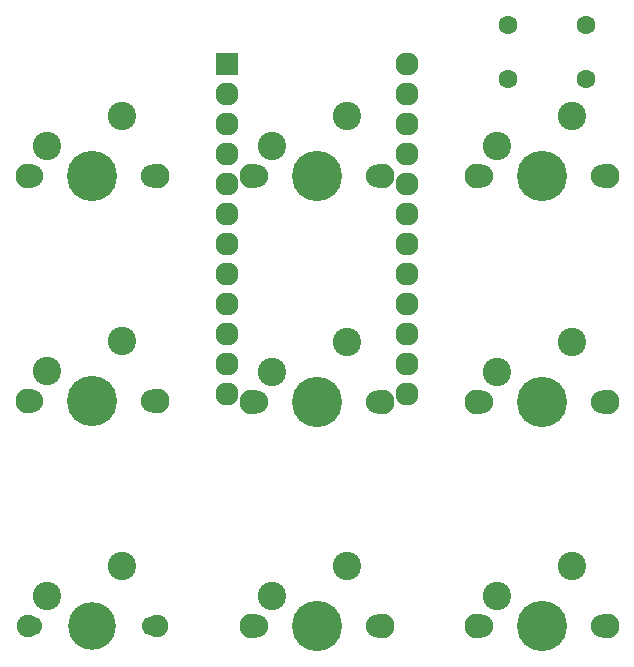
<source format=gbr>
%TF.GenerationSoftware,Altium Limited,Altium Designer,20.1.12 (249)*%
G04 Layer_Color=16711935*
%FSLAX26Y26*%
%MOIN*%
%TF.SameCoordinates,63403D4D-F3CE-4837-A966-4B93B91F9A20*%
%TF.FilePolarity,Negative*%
%TF.FileFunction,Soldermask,Bot*%
%TF.Part,Single*%
G01*
G75*
%TA.AperFunction,ComponentPad*%
%ADD13C,0.066929*%
%ADD14C,0.074803*%
%ADD15C,0.159449*%
%ADD21C,0.077016*%
%ADD22R,0.077016X0.077016*%
%ADD23C,0.094614*%
%ADD24C,0.074929*%
%ADD25C,0.082803*%
%ADD26C,0.167449*%
%ADD27C,0.063118*%
D13*
X140114Y339646D02*
D03*
X540114D02*
D03*
D14*
X123579D02*
D03*
X556650D02*
D03*
D15*
X340114D02*
D03*
D21*
X789764Y1514173D02*
D03*
Y2114173D02*
D03*
Y1914173D02*
D03*
Y1714173D02*
D03*
Y1814173D02*
D03*
Y1314173D02*
D03*
Y1414173D02*
D03*
Y1114173D02*
D03*
Y2014173D02*
D03*
Y1614173D02*
D03*
Y1214173D02*
D03*
X1389764Y1514173D02*
D03*
Y2214173D02*
D03*
Y1914173D02*
D03*
Y2114173D02*
D03*
Y1714173D02*
D03*
Y1814173D02*
D03*
Y1314173D02*
D03*
Y1414173D02*
D03*
Y1114173D02*
D03*
Y1614173D02*
D03*
Y1214173D02*
D03*
Y2014173D02*
D03*
D22*
X789764Y2214173D02*
D03*
D23*
X190114Y439646D02*
D03*
X440114Y539646D02*
D03*
X1688776Y1187835D02*
D03*
X1938776Y1287835D02*
D03*
X1938539Y2038071D02*
D03*
X1688539Y1938071D02*
D03*
Y439646D02*
D03*
X1938539Y539646D02*
D03*
X190114Y1188858D02*
D03*
X440114Y1288858D02*
D03*
Y2038071D02*
D03*
X190114Y1938071D02*
D03*
X1189327Y539646D02*
D03*
X939327Y439646D02*
D03*
X1189563Y1287835D02*
D03*
X939563Y1187835D02*
D03*
X939327Y1938071D02*
D03*
X1189327Y2038071D02*
D03*
D24*
X1638776Y1087835D02*
D03*
X2038776D02*
D03*
X2038539Y1838071D02*
D03*
X1638539D02*
D03*
Y339646D02*
D03*
X2038539D02*
D03*
X140114Y1088858D02*
D03*
X540114D02*
D03*
Y1838071D02*
D03*
X140114D02*
D03*
X1289327Y339646D02*
D03*
X889327D02*
D03*
X1289563Y1087835D02*
D03*
X889563D02*
D03*
X889327Y1838071D02*
D03*
X1289327D02*
D03*
D25*
X1622240Y1087835D02*
D03*
X2055311D02*
D03*
X2055075Y1838071D02*
D03*
X1622004D02*
D03*
Y339646D02*
D03*
X2055075D02*
D03*
X123579Y1088858D02*
D03*
X556650D02*
D03*
Y1838071D02*
D03*
X123579D02*
D03*
X1305862Y339646D02*
D03*
X872791D02*
D03*
X1306099Y1087835D02*
D03*
X873028D02*
D03*
X872791Y1838071D02*
D03*
X1305862D02*
D03*
D26*
X1838776Y1087835D02*
D03*
X1838539Y1838071D02*
D03*
Y339646D02*
D03*
X340114Y1088858D02*
D03*
Y1838071D02*
D03*
X1089327Y339646D02*
D03*
X1089563Y1087835D02*
D03*
X1089327Y1838071D02*
D03*
D27*
X1724409Y2161417D02*
D03*
Y2342520D02*
D03*
X1984252Y2161417D02*
D03*
Y2342520D02*
D03*
%TF.MD5,194e0274f198a6d2defd47042ae016ae*%
M02*

</source>
